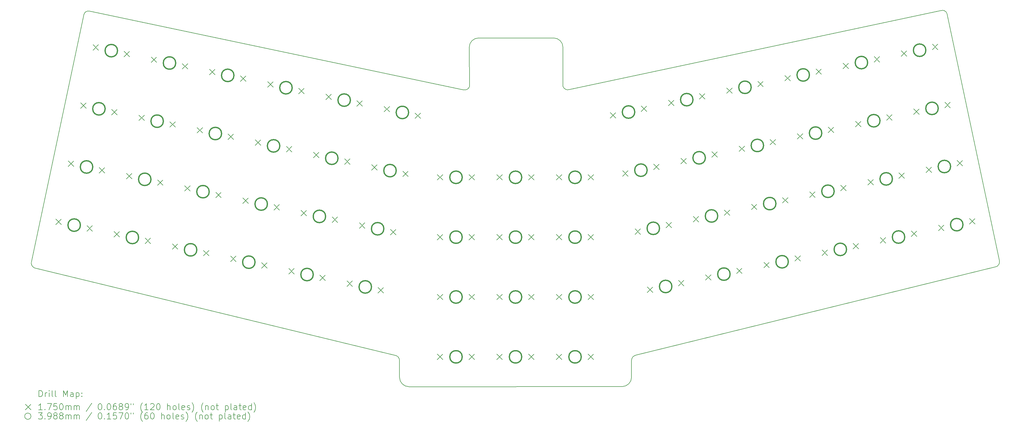
<source format=gbr>
%TF.GenerationSoftware,KiCad,Pcbnew,(6.0.11)*%
%TF.CreationDate,2023-03-20T22:28:09+01:00*%
%TF.ProjectId,t-rex,742d7265-782e-46b6-9963-61645f706362,rev?*%
%TF.SameCoordinates,Original*%
%TF.FileFunction,Drillmap*%
%TF.FilePolarity,Positive*%
%FSLAX45Y45*%
G04 Gerber Fmt 4.5, Leading zero omitted, Abs format (unit mm)*
G04 Created by KiCad (PCBNEW (6.0.11)) date 2023-03-20 22:28:09*
%MOMM*%
%LPD*%
G01*
G04 APERTURE LIST*
%ADD10C,0.200000*%
%ADD11C,0.175000*%
%ADD12C,0.398780*%
G04 APERTURE END LIST*
D10*
X16114082Y-18571062D02*
X16114000Y-18033800D01*
X15974000Y-17868800D02*
X4428959Y-15068554D01*
X16114000Y-18033800D02*
G75*
G03*
X15974000Y-17868800I-173509J-5326D01*
G01*
X16114082Y-18571062D02*
G75*
G03*
X16414000Y-18876000I302429J-2509D01*
G01*
X23680000Y-17865000D02*
G75*
G03*
X23540000Y-18030000I33509J-170326D01*
G01*
X23540000Y-18030000D02*
X23539918Y-18567262D01*
X23240000Y-18872200D02*
G75*
G03*
X23539918Y-18567262I-2511J302429D01*
G01*
X4330958Y-14873501D02*
G75*
G03*
X4428959Y-15068554I173828J-34809D01*
G01*
X4330958Y-14873501D02*
X6009640Y-6959600D01*
X35217598Y-15030825D02*
X23680000Y-17865000D01*
X18150000Y-9360000D02*
G75*
G03*
X18354507Y-9256503I50000J155000D01*
G01*
X21345493Y-9251502D02*
G75*
G03*
X21550000Y-9355000I154507J51502D01*
G01*
X33636918Y-6921871D02*
G75*
G03*
X33441864Y-6823871I-143388J-42279D01*
G01*
X16414000Y-18876000D02*
X23240000Y-18872200D01*
X18645062Y-7700082D02*
X21045020Y-7700000D01*
X18645062Y-7700084D02*
G75*
G03*
X18345144Y-8005020I2508J-302426D01*
G01*
X18354507Y-9256503D02*
X18345144Y-8005020D01*
X6192037Y-6839680D02*
G75*
G03*
X6009640Y-6959600I-35077J-145320D01*
G01*
X33636916Y-6921872D02*
X35315598Y-14835773D01*
X21345020Y-8000000D02*
G75*
G03*
X21045020Y-7700000I-300000J0D01*
G01*
X35217598Y-15030825D02*
G75*
G03*
X35315598Y-14835773I-75828J160244D01*
G01*
X18150000Y-9360000D02*
X6192037Y-6839680D01*
X21550000Y-9355000D02*
X33441864Y-6823871D01*
X21345020Y-8000000D02*
X21345493Y-9251502D01*
D11*
X5116308Y-13504427D02*
X5291308Y-13679427D01*
X5291308Y-13504427D02*
X5116308Y-13679427D01*
X5512380Y-11641056D02*
X5687380Y-11816056D01*
X5687380Y-11641056D02*
X5512380Y-11816056D01*
X5908452Y-9777685D02*
X6083452Y-9952685D01*
X6083452Y-9777685D02*
X5908452Y-9952685D01*
X6110106Y-13715665D02*
X6285106Y-13890665D01*
X6285106Y-13715665D02*
X6110106Y-13890665D01*
X6304524Y-7914313D02*
X6479524Y-8089313D01*
X6479524Y-7914313D02*
X6304524Y-8089313D01*
X6506178Y-11852294D02*
X6681178Y-12027294D01*
X6681178Y-11852294D02*
X6506178Y-12027294D01*
X6902250Y-9988923D02*
X7077250Y-10163923D01*
X7077250Y-9988923D02*
X6902250Y-10163923D01*
X6979679Y-13900499D02*
X7154679Y-14075499D01*
X7154679Y-13900499D02*
X6979679Y-14075499D01*
X7298322Y-8125552D02*
X7473322Y-8300552D01*
X7473322Y-8125552D02*
X7298322Y-8300552D01*
X7375751Y-12037127D02*
X7550751Y-12212127D01*
X7550751Y-12037127D02*
X7375751Y-12212127D01*
X7771823Y-10173756D02*
X7946823Y-10348756D01*
X7946823Y-10173756D02*
X7771823Y-10348756D01*
X7973477Y-14111737D02*
X8148477Y-14286737D01*
X8148477Y-14111737D02*
X7973477Y-14286737D01*
X8167895Y-8310385D02*
X8342895Y-8485385D01*
X8342895Y-8310385D02*
X8167895Y-8485385D01*
X8369549Y-12248366D02*
X8544549Y-12423366D01*
X8544549Y-12248366D02*
X8369549Y-12423366D01*
X8765621Y-10384995D02*
X8940621Y-10559995D01*
X8940621Y-10384995D02*
X8765621Y-10559995D01*
X8843051Y-14296570D02*
X9018051Y-14471570D01*
X9018051Y-14296570D02*
X8843051Y-14471570D01*
X9161693Y-8521623D02*
X9336693Y-8696623D01*
X9336693Y-8521623D02*
X9161693Y-8696623D01*
X9239122Y-12433199D02*
X9414122Y-12608199D01*
X9414122Y-12433199D02*
X9239122Y-12608199D01*
X9635194Y-10569828D02*
X9810194Y-10744828D01*
X9810194Y-10569828D02*
X9635194Y-10744828D01*
X9836849Y-14507809D02*
X10011849Y-14682809D01*
X10011849Y-14507809D02*
X9836849Y-14682809D01*
X10031266Y-8706457D02*
X10206266Y-8881457D01*
X10206266Y-8706457D02*
X10031266Y-8881457D01*
X10232920Y-12644437D02*
X10407920Y-12819437D01*
X10407920Y-12644437D02*
X10232920Y-12819437D01*
X10628992Y-10781066D02*
X10803992Y-10956066D01*
X10803992Y-10781066D02*
X10628992Y-10956066D01*
X10706422Y-14692642D02*
X10881422Y-14867642D01*
X10881422Y-14692642D02*
X10706422Y-14867642D01*
X11025064Y-8917695D02*
X11200064Y-9092695D01*
X11200064Y-8917695D02*
X11025064Y-9092695D01*
X11102494Y-12829271D02*
X11277494Y-13004271D01*
X11277494Y-12829271D02*
X11102494Y-13004271D01*
X11498565Y-10965900D02*
X11673565Y-11140900D01*
X11673565Y-10965900D02*
X11498565Y-11140900D01*
X11700220Y-14903880D02*
X11875220Y-15078880D01*
X11875220Y-14903880D02*
X11700220Y-15078880D01*
X11894637Y-9102529D02*
X12069637Y-9277529D01*
X12069637Y-9102529D02*
X11894637Y-9277529D01*
X12096292Y-13040509D02*
X12271292Y-13215509D01*
X12271292Y-13040509D02*
X12096292Y-13215509D01*
X12492363Y-11177138D02*
X12667363Y-11352138D01*
X12667363Y-11177138D02*
X12492363Y-11352138D01*
X12569793Y-15088714D02*
X12744793Y-15263714D01*
X12744793Y-15088714D02*
X12569793Y-15263714D01*
X12888435Y-9313767D02*
X13063435Y-9488767D01*
X13063435Y-9313767D02*
X12888435Y-9488767D01*
X12965865Y-13225343D02*
X13140865Y-13400343D01*
X13140865Y-13225343D02*
X12965865Y-13400343D01*
X13361937Y-11361972D02*
X13536937Y-11536972D01*
X13536937Y-11361972D02*
X13361937Y-11536972D01*
X13563591Y-15299952D02*
X13738591Y-15474952D01*
X13738591Y-15299952D02*
X13563591Y-15474952D01*
X13758008Y-9498601D02*
X13933008Y-9673601D01*
X13933008Y-9498601D02*
X13758008Y-9673601D01*
X13959663Y-13436581D02*
X14134663Y-13611581D01*
X14134663Y-13436581D02*
X13959663Y-13611581D01*
X14355735Y-11573210D02*
X14530735Y-11748210D01*
X14530735Y-11573210D02*
X14355735Y-11748210D01*
X14433164Y-15484786D02*
X14608164Y-15659786D01*
X14608164Y-15484786D02*
X14433164Y-15659786D01*
X14751806Y-9709839D02*
X14926806Y-9884839D01*
X14926806Y-9709839D02*
X14751806Y-9884839D01*
X14829236Y-13621415D02*
X15004236Y-13796415D01*
X15004236Y-13621415D02*
X14829236Y-13796415D01*
X15225308Y-11758043D02*
X15400308Y-11933043D01*
X15400308Y-11758043D02*
X15225308Y-11933043D01*
X15426962Y-15696024D02*
X15601962Y-15871024D01*
X15601962Y-15696024D02*
X15426962Y-15871024D01*
X15621379Y-9894672D02*
X15796379Y-10069672D01*
X15796379Y-9894672D02*
X15621379Y-10069672D01*
X15823034Y-13832653D02*
X15998034Y-14007653D01*
X15998034Y-13832653D02*
X15823034Y-14007653D01*
X16219106Y-11969282D02*
X16394106Y-12144282D01*
X16394106Y-11969282D02*
X16219106Y-12144282D01*
X16615177Y-10105911D02*
X16790178Y-10280911D01*
X16790178Y-10105911D02*
X16615177Y-10280911D01*
X17326514Y-12078201D02*
X17501514Y-12253201D01*
X17501514Y-12078201D02*
X17326514Y-12253201D01*
X17326514Y-13995901D02*
X17501514Y-14170901D01*
X17501514Y-13995901D02*
X17326514Y-14170901D01*
X17326514Y-15913601D02*
X17501514Y-16088601D01*
X17501514Y-15913601D02*
X17326514Y-16088601D01*
X17326514Y-17831301D02*
X17501514Y-18006301D01*
X17501514Y-17831301D02*
X17326514Y-18006301D01*
X18342514Y-12078201D02*
X18517514Y-12253201D01*
X18517514Y-12078201D02*
X18342514Y-12253201D01*
X18342514Y-13995901D02*
X18517514Y-14170901D01*
X18517514Y-13995901D02*
X18342514Y-14170901D01*
X18342514Y-15913601D02*
X18517514Y-16088601D01*
X18517514Y-15913601D02*
X18342514Y-16088601D01*
X18342514Y-17831301D02*
X18517514Y-18006301D01*
X18517514Y-17831301D02*
X18342514Y-18006301D01*
X19231514Y-12078201D02*
X19406514Y-12253201D01*
X19406514Y-12078201D02*
X19231514Y-12253201D01*
X19231514Y-13995901D02*
X19406514Y-14170901D01*
X19406514Y-13995901D02*
X19231514Y-14170901D01*
X19231514Y-15913601D02*
X19406514Y-16088601D01*
X19406514Y-15913601D02*
X19231514Y-16088601D01*
X19231514Y-17831301D02*
X19406514Y-18006301D01*
X19406514Y-17831301D02*
X19231514Y-18006301D01*
X20247514Y-12078201D02*
X20422514Y-12253201D01*
X20422514Y-12078201D02*
X20247514Y-12253201D01*
X20247514Y-13995901D02*
X20422514Y-14170901D01*
X20422514Y-13995901D02*
X20247514Y-14170901D01*
X20247514Y-15913601D02*
X20422514Y-16088601D01*
X20422514Y-15913601D02*
X20247514Y-16088601D01*
X20247514Y-17831301D02*
X20422514Y-18006301D01*
X20422514Y-17831301D02*
X20247514Y-18006301D01*
X21136514Y-12078201D02*
X21311514Y-12253201D01*
X21311514Y-12078201D02*
X21136514Y-12253201D01*
X21136514Y-13995901D02*
X21311514Y-14170901D01*
X21311514Y-13995901D02*
X21136514Y-14170901D01*
X21136514Y-15913601D02*
X21311514Y-16088601D01*
X21311514Y-15913601D02*
X21136514Y-16088601D01*
X21136514Y-17831301D02*
X21311514Y-18006301D01*
X21311514Y-17831301D02*
X21136514Y-18006301D01*
X22152514Y-12078201D02*
X22327514Y-12253201D01*
X22327514Y-12078201D02*
X22152514Y-12253201D01*
X22152514Y-13995901D02*
X22327514Y-14170901D01*
X22327514Y-13995901D02*
X22152514Y-14170901D01*
X22152514Y-15913601D02*
X22327514Y-16088601D01*
X22327514Y-15913601D02*
X22152514Y-16088601D01*
X22152514Y-17831301D02*
X22327514Y-18006301D01*
X22327514Y-17831301D02*
X22152514Y-18006301D01*
X22859743Y-10091849D02*
X23034743Y-10266849D01*
X23034743Y-10091849D02*
X22859743Y-10266849D01*
X23255815Y-11955220D02*
X23430815Y-12130220D01*
X23430815Y-11955220D02*
X23255815Y-12130220D01*
X23651887Y-13818591D02*
X23826887Y-13993591D01*
X23826887Y-13818591D02*
X23651887Y-13993591D01*
X23853541Y-9880611D02*
X24028541Y-10055611D01*
X24028541Y-9880611D02*
X23853541Y-10055611D01*
X24047959Y-15681963D02*
X24222959Y-15856963D01*
X24222959Y-15681963D02*
X24047959Y-15856963D01*
X24249613Y-11743982D02*
X24424613Y-11918982D01*
X24424613Y-11743982D02*
X24249613Y-11918982D01*
X24645685Y-13607353D02*
X24820685Y-13782353D01*
X24820685Y-13607353D02*
X24645685Y-13782353D01*
X24723114Y-9695777D02*
X24898114Y-9870777D01*
X24898114Y-9695777D02*
X24723114Y-9870777D01*
X25041757Y-15470724D02*
X25216757Y-15645724D01*
X25216757Y-15470724D02*
X25041757Y-15645724D01*
X25119186Y-11559148D02*
X25294186Y-11734148D01*
X25294186Y-11559148D02*
X25119186Y-11734148D01*
X25515258Y-13422520D02*
X25690258Y-13597520D01*
X25690258Y-13422520D02*
X25515258Y-13597520D01*
X25716912Y-9484539D02*
X25891912Y-9659539D01*
X25891912Y-9484539D02*
X25716912Y-9659539D01*
X25911330Y-15285891D02*
X26086330Y-15460891D01*
X26086330Y-15285891D02*
X25911330Y-15460891D01*
X26112984Y-11347910D02*
X26287984Y-11522910D01*
X26287984Y-11347910D02*
X26112984Y-11522910D01*
X26509056Y-13211281D02*
X26684056Y-13386281D01*
X26684056Y-13211281D02*
X26509056Y-13386281D01*
X26586486Y-9299706D02*
X26761486Y-9474706D01*
X26761486Y-9299706D02*
X26586486Y-9474706D01*
X26905128Y-15074653D02*
X27080128Y-15249653D01*
X27080128Y-15074653D02*
X26905128Y-15249653D01*
X26982557Y-11163077D02*
X27157557Y-11338077D01*
X27157557Y-11163077D02*
X26982557Y-11338077D01*
X27378629Y-13026448D02*
X27553629Y-13201448D01*
X27553629Y-13026448D02*
X27378629Y-13201448D01*
X27580284Y-9088467D02*
X27755284Y-9263467D01*
X27755284Y-9088467D02*
X27580284Y-9263467D01*
X27774701Y-14889819D02*
X27949701Y-15064819D01*
X27949701Y-14889819D02*
X27774701Y-15064819D01*
X27976355Y-10951839D02*
X28151355Y-11126839D01*
X28151355Y-10951839D02*
X27976355Y-11126839D01*
X28372427Y-12815210D02*
X28547427Y-12990210D01*
X28547427Y-12815210D02*
X28372427Y-12990210D01*
X28449857Y-8903634D02*
X28624857Y-9078634D01*
X28624857Y-8903634D02*
X28449857Y-9078634D01*
X28768499Y-14678581D02*
X28943499Y-14853581D01*
X28943499Y-14678581D02*
X28768499Y-14853581D01*
X28845929Y-10767005D02*
X29020929Y-10942005D01*
X29020929Y-10767005D02*
X28845929Y-10942005D01*
X29242000Y-12630376D02*
X29417000Y-12805376D01*
X29417000Y-12630376D02*
X29242000Y-12805376D01*
X29443655Y-8692396D02*
X29618655Y-8867396D01*
X29618655Y-8692396D02*
X29443655Y-8867396D01*
X29638072Y-14493747D02*
X29813072Y-14668747D01*
X29813072Y-14493747D02*
X29638072Y-14668747D01*
X29839727Y-10555767D02*
X30014727Y-10730767D01*
X30014727Y-10555767D02*
X29839727Y-10730767D01*
X30235798Y-12419138D02*
X30410798Y-12594138D01*
X30410798Y-12419138D02*
X30235798Y-12594138D01*
X30313228Y-8507562D02*
X30488228Y-8682562D01*
X30488228Y-8507562D02*
X30313228Y-8682562D01*
X30631870Y-14282509D02*
X30806870Y-14457509D01*
X30806870Y-14282509D02*
X30631870Y-14457509D01*
X30709300Y-10370933D02*
X30884300Y-10545933D01*
X30884300Y-10370933D02*
X30709300Y-10545933D01*
X31105372Y-12234304D02*
X31280372Y-12409304D01*
X31280372Y-12234304D02*
X31105372Y-12409304D01*
X31307026Y-8296324D02*
X31482026Y-8471324D01*
X31482026Y-8296324D02*
X31307026Y-8471324D01*
X31501443Y-14097675D02*
X31676443Y-14272675D01*
X31676443Y-14097675D02*
X31501443Y-14272675D01*
X31703098Y-10159695D02*
X31878098Y-10334695D01*
X31878098Y-10159695D02*
X31703098Y-10334695D01*
X32099170Y-12023066D02*
X32274170Y-12198066D01*
X32274170Y-12023066D02*
X32099170Y-12198066D01*
X32176599Y-8111490D02*
X32351599Y-8286490D01*
X32351599Y-8111490D02*
X32176599Y-8286490D01*
X32495241Y-13886437D02*
X32670241Y-14061437D01*
X32670241Y-13886437D02*
X32495241Y-14061437D01*
X32572671Y-9974861D02*
X32747671Y-10149861D01*
X32747671Y-9974861D02*
X32572671Y-10149861D01*
X32968743Y-11838233D02*
X33143743Y-12013233D01*
X33143743Y-11838233D02*
X32968743Y-12013233D01*
X33170397Y-7900252D02*
X33345397Y-8075252D01*
X33345397Y-7900252D02*
X33170397Y-8075252D01*
X33364814Y-13701604D02*
X33539814Y-13876604D01*
X33539814Y-13701604D02*
X33364814Y-13876604D01*
X33566469Y-9763623D02*
X33741469Y-9938623D01*
X33741469Y-9763623D02*
X33566469Y-9938623D01*
X33962541Y-11626994D02*
X34137541Y-11801994D01*
X34137541Y-11626994D02*
X33962541Y-11801994D01*
X34358613Y-13490365D02*
X34533613Y-13665365D01*
X34533613Y-13490365D02*
X34358613Y-13665365D01*
D12*
X5900097Y-13697546D02*
G75*
G03*
X5900097Y-13697546I-199390J0D01*
G01*
X6296169Y-11834175D02*
G75*
G03*
X6296169Y-11834175I-199390J0D01*
G01*
X6692241Y-9970804D02*
G75*
G03*
X6692241Y-9970804I-199390J0D01*
G01*
X7088313Y-8107432D02*
G75*
G03*
X7088313Y-8107432I-199390J0D01*
G01*
X7763468Y-14093618D02*
G75*
G03*
X7763468Y-14093618I-199390J0D01*
G01*
X8159540Y-12230247D02*
G75*
G03*
X8159540Y-12230247I-199390J0D01*
G01*
X8555612Y-10366876D02*
G75*
G03*
X8555612Y-10366876I-199390J0D01*
G01*
X8951684Y-8503504D02*
G75*
G03*
X8951684Y-8503504I-199390J0D01*
G01*
X9626840Y-14489690D02*
G75*
G03*
X9626840Y-14489690I-199390J0D01*
G01*
X10022911Y-12626318D02*
G75*
G03*
X10022911Y-12626318I-199390J0D01*
G01*
X10418983Y-10762947D02*
G75*
G03*
X10418983Y-10762947I-199390J0D01*
G01*
X10815055Y-8899576D02*
G75*
G03*
X10815055Y-8899576I-199390J0D01*
G01*
X11490211Y-14885761D02*
G75*
G03*
X11490211Y-14885761I-199390J0D01*
G01*
X11886283Y-13022390D02*
G75*
G03*
X11886283Y-13022390I-199390J0D01*
G01*
X12282354Y-11159019D02*
G75*
G03*
X12282354Y-11159019I-199390J0D01*
G01*
X12678426Y-9295648D02*
G75*
G03*
X12678426Y-9295648I-199390J0D01*
G01*
X13353582Y-15281833D02*
G75*
G03*
X13353582Y-15281833I-199390J0D01*
G01*
X13749654Y-13418462D02*
G75*
G03*
X13749654Y-13418462I-199390J0D01*
G01*
X14145726Y-11555091D02*
G75*
G03*
X14145726Y-11555091I-199390J0D01*
G01*
X14541797Y-9691720D02*
G75*
G03*
X14541797Y-9691720I-199390J0D01*
G01*
X15216953Y-15677905D02*
G75*
G03*
X15216953Y-15677905I-199390J0D01*
G01*
X15613025Y-13814534D02*
G75*
G03*
X15613025Y-13814534I-199390J0D01*
G01*
X16009097Y-11951162D02*
G75*
G03*
X16009097Y-11951162I-199390J0D01*
G01*
X16405168Y-10087791D02*
G75*
G03*
X16405168Y-10087791I-199390J0D01*
G01*
X18121404Y-12165701D02*
G75*
G03*
X18121404Y-12165701I-199390J0D01*
G01*
X18121404Y-14083401D02*
G75*
G03*
X18121404Y-14083401I-199390J0D01*
G01*
X18121404Y-16001101D02*
G75*
G03*
X18121404Y-16001101I-199390J0D01*
G01*
X18121404Y-17918801D02*
G75*
G03*
X18121404Y-17918801I-199390J0D01*
G01*
X20026404Y-12165701D02*
G75*
G03*
X20026404Y-12165701I-199390J0D01*
G01*
X20026404Y-14083401D02*
G75*
G03*
X20026404Y-14083401I-199390J0D01*
G01*
X20026404Y-16001101D02*
G75*
G03*
X20026404Y-16001101I-199390J0D01*
G01*
X20026404Y-17918801D02*
G75*
G03*
X20026404Y-17918801I-199390J0D01*
G01*
X21931404Y-12165701D02*
G75*
G03*
X21931404Y-12165701I-199390J0D01*
G01*
X21931404Y-14083401D02*
G75*
G03*
X21931404Y-14083401I-199390J0D01*
G01*
X21931404Y-16001101D02*
G75*
G03*
X21931404Y-16001101I-199390J0D01*
G01*
X21931404Y-17918801D02*
G75*
G03*
X21931404Y-17918801I-199390J0D01*
G01*
X23643532Y-10073730D02*
G75*
G03*
X23643532Y-10073730I-199390J0D01*
G01*
X24039604Y-11937101D02*
G75*
G03*
X24039604Y-11937101I-199390J0D01*
G01*
X24435676Y-13800472D02*
G75*
G03*
X24435676Y-13800472I-199390J0D01*
G01*
X24831748Y-15663843D02*
G75*
G03*
X24831748Y-15663843I-199390J0D01*
G01*
X25506903Y-9677658D02*
G75*
G03*
X25506903Y-9677658I-199390J0D01*
G01*
X25902975Y-11541029D02*
G75*
G03*
X25902975Y-11541029I-199390J0D01*
G01*
X26299047Y-13404400D02*
G75*
G03*
X26299047Y-13404400I-199390J0D01*
G01*
X26695119Y-15267772D02*
G75*
G03*
X26695119Y-15267772I-199390J0D01*
G01*
X27370275Y-9281586D02*
G75*
G03*
X27370275Y-9281586I-199390J0D01*
G01*
X27766346Y-11144958D02*
G75*
G03*
X27766346Y-11144958I-199390J0D01*
G01*
X28162418Y-13008329D02*
G75*
G03*
X28162418Y-13008329I-199390J0D01*
G01*
X28558490Y-14871700D02*
G75*
G03*
X28558490Y-14871700I-199390J0D01*
G01*
X29233646Y-8885515D02*
G75*
G03*
X29233646Y-8885515I-199390J0D01*
G01*
X29629718Y-10748886D02*
G75*
G03*
X29629718Y-10748886I-199390J0D01*
G01*
X30025789Y-12612257D02*
G75*
G03*
X30025789Y-12612257I-199390J0D01*
G01*
X30421861Y-14475628D02*
G75*
G03*
X30421861Y-14475628I-199390J0D01*
G01*
X31097017Y-8489443D02*
G75*
G03*
X31097017Y-8489443I-199390J0D01*
G01*
X31493089Y-10352814D02*
G75*
G03*
X31493089Y-10352814I-199390J0D01*
G01*
X31889161Y-12216185D02*
G75*
G03*
X31889161Y-12216185I-199390J0D01*
G01*
X32285232Y-14079556D02*
G75*
G03*
X32285232Y-14079556I-199390J0D01*
G01*
X32960388Y-8093371D02*
G75*
G03*
X32960388Y-8093371I-199390J0D01*
G01*
X33356460Y-9956742D02*
G75*
G03*
X33356460Y-9956742I-199390J0D01*
G01*
X33752532Y-11820113D02*
G75*
G03*
X33752532Y-11820113I-199390J0D01*
G01*
X34148604Y-13683485D02*
G75*
G03*
X34148604Y-13683485I-199390J0D01*
G01*
D10*
X4575126Y-19196476D02*
X4575126Y-18996476D01*
X4622745Y-18996476D01*
X4651317Y-19006000D01*
X4670364Y-19025048D01*
X4679888Y-19044095D01*
X4689412Y-19082190D01*
X4689412Y-19110762D01*
X4679888Y-19148857D01*
X4670364Y-19167905D01*
X4651317Y-19186952D01*
X4622745Y-19196476D01*
X4575126Y-19196476D01*
X4775126Y-19196476D02*
X4775126Y-19063143D01*
X4775126Y-19101238D02*
X4784650Y-19082190D01*
X4794174Y-19072667D01*
X4813221Y-19063143D01*
X4832269Y-19063143D01*
X4898936Y-19196476D02*
X4898936Y-19063143D01*
X4898936Y-18996476D02*
X4889412Y-19006000D01*
X4898936Y-19015524D01*
X4908459Y-19006000D01*
X4898936Y-18996476D01*
X4898936Y-19015524D01*
X5022745Y-19196476D02*
X5003698Y-19186952D01*
X4994174Y-19167905D01*
X4994174Y-18996476D01*
X5127507Y-19196476D02*
X5108459Y-19186952D01*
X5098936Y-19167905D01*
X5098936Y-18996476D01*
X5356079Y-19196476D02*
X5356079Y-18996476D01*
X5422745Y-19139333D01*
X5489412Y-18996476D01*
X5489412Y-19196476D01*
X5670364Y-19196476D02*
X5670364Y-19091714D01*
X5660840Y-19072667D01*
X5641793Y-19063143D01*
X5603697Y-19063143D01*
X5584650Y-19072667D01*
X5670364Y-19186952D02*
X5651317Y-19196476D01*
X5603697Y-19196476D01*
X5584650Y-19186952D01*
X5575126Y-19167905D01*
X5575126Y-19148857D01*
X5584650Y-19129810D01*
X5603697Y-19120286D01*
X5651317Y-19120286D01*
X5670364Y-19110762D01*
X5765602Y-19063143D02*
X5765602Y-19263143D01*
X5765602Y-19072667D02*
X5784650Y-19063143D01*
X5822745Y-19063143D01*
X5841793Y-19072667D01*
X5851317Y-19082190D01*
X5860840Y-19101238D01*
X5860840Y-19158381D01*
X5851317Y-19177429D01*
X5841793Y-19186952D01*
X5822745Y-19196476D01*
X5784650Y-19196476D01*
X5765602Y-19186952D01*
X5946555Y-19177429D02*
X5956078Y-19186952D01*
X5946555Y-19196476D01*
X5937031Y-19186952D01*
X5946555Y-19177429D01*
X5946555Y-19196476D01*
X5946555Y-19072667D02*
X5956078Y-19082190D01*
X5946555Y-19091714D01*
X5937031Y-19082190D01*
X5946555Y-19072667D01*
X5946555Y-19091714D01*
D11*
X4142507Y-19438500D02*
X4317507Y-19613500D01*
X4317507Y-19438500D02*
X4142507Y-19613500D01*
D10*
X4679888Y-19616476D02*
X4565602Y-19616476D01*
X4622745Y-19616476D02*
X4622745Y-19416476D01*
X4603698Y-19445048D01*
X4584650Y-19464095D01*
X4565602Y-19473619D01*
X4765602Y-19597429D02*
X4775126Y-19606952D01*
X4765602Y-19616476D01*
X4756079Y-19606952D01*
X4765602Y-19597429D01*
X4765602Y-19616476D01*
X4841793Y-19416476D02*
X4975126Y-19416476D01*
X4889412Y-19616476D01*
X5146555Y-19416476D02*
X5051317Y-19416476D01*
X5041793Y-19511714D01*
X5051317Y-19502190D01*
X5070364Y-19492667D01*
X5117983Y-19492667D01*
X5137031Y-19502190D01*
X5146555Y-19511714D01*
X5156079Y-19530762D01*
X5156079Y-19578381D01*
X5146555Y-19597429D01*
X5137031Y-19606952D01*
X5117983Y-19616476D01*
X5070364Y-19616476D01*
X5051317Y-19606952D01*
X5041793Y-19597429D01*
X5279888Y-19416476D02*
X5298936Y-19416476D01*
X5317983Y-19426000D01*
X5327507Y-19435524D01*
X5337031Y-19454571D01*
X5346555Y-19492667D01*
X5346555Y-19540286D01*
X5337031Y-19578381D01*
X5327507Y-19597429D01*
X5317983Y-19606952D01*
X5298936Y-19616476D01*
X5279888Y-19616476D01*
X5260840Y-19606952D01*
X5251317Y-19597429D01*
X5241793Y-19578381D01*
X5232269Y-19540286D01*
X5232269Y-19492667D01*
X5241793Y-19454571D01*
X5251317Y-19435524D01*
X5260840Y-19426000D01*
X5279888Y-19416476D01*
X5432269Y-19616476D02*
X5432269Y-19483143D01*
X5432269Y-19502190D02*
X5441793Y-19492667D01*
X5460840Y-19483143D01*
X5489412Y-19483143D01*
X5508459Y-19492667D01*
X5517983Y-19511714D01*
X5517983Y-19616476D01*
X5517983Y-19511714D02*
X5527507Y-19492667D01*
X5546555Y-19483143D01*
X5575126Y-19483143D01*
X5594174Y-19492667D01*
X5603697Y-19511714D01*
X5603697Y-19616476D01*
X5698936Y-19616476D02*
X5698936Y-19483143D01*
X5698936Y-19502190D02*
X5708459Y-19492667D01*
X5727507Y-19483143D01*
X5756078Y-19483143D01*
X5775126Y-19492667D01*
X5784650Y-19511714D01*
X5784650Y-19616476D01*
X5784650Y-19511714D02*
X5794174Y-19492667D01*
X5813221Y-19483143D01*
X5841793Y-19483143D01*
X5860840Y-19492667D01*
X5870364Y-19511714D01*
X5870364Y-19616476D01*
X6260840Y-19406952D02*
X6089412Y-19664095D01*
X6517983Y-19416476D02*
X6537031Y-19416476D01*
X6556078Y-19426000D01*
X6565602Y-19435524D01*
X6575126Y-19454571D01*
X6584650Y-19492667D01*
X6584650Y-19540286D01*
X6575126Y-19578381D01*
X6565602Y-19597429D01*
X6556078Y-19606952D01*
X6537031Y-19616476D01*
X6517983Y-19616476D01*
X6498936Y-19606952D01*
X6489412Y-19597429D01*
X6479888Y-19578381D01*
X6470364Y-19540286D01*
X6470364Y-19492667D01*
X6479888Y-19454571D01*
X6489412Y-19435524D01*
X6498936Y-19426000D01*
X6517983Y-19416476D01*
X6670364Y-19597429D02*
X6679888Y-19606952D01*
X6670364Y-19616476D01*
X6660840Y-19606952D01*
X6670364Y-19597429D01*
X6670364Y-19616476D01*
X6803697Y-19416476D02*
X6822745Y-19416476D01*
X6841793Y-19426000D01*
X6851317Y-19435524D01*
X6860840Y-19454571D01*
X6870364Y-19492667D01*
X6870364Y-19540286D01*
X6860840Y-19578381D01*
X6851317Y-19597429D01*
X6841793Y-19606952D01*
X6822745Y-19616476D01*
X6803697Y-19616476D01*
X6784650Y-19606952D01*
X6775126Y-19597429D01*
X6765602Y-19578381D01*
X6756078Y-19540286D01*
X6756078Y-19492667D01*
X6765602Y-19454571D01*
X6775126Y-19435524D01*
X6784650Y-19426000D01*
X6803697Y-19416476D01*
X7041793Y-19416476D02*
X7003697Y-19416476D01*
X6984650Y-19426000D01*
X6975126Y-19435524D01*
X6956078Y-19464095D01*
X6946555Y-19502190D01*
X6946555Y-19578381D01*
X6956078Y-19597429D01*
X6965602Y-19606952D01*
X6984650Y-19616476D01*
X7022745Y-19616476D01*
X7041793Y-19606952D01*
X7051317Y-19597429D01*
X7060840Y-19578381D01*
X7060840Y-19530762D01*
X7051317Y-19511714D01*
X7041793Y-19502190D01*
X7022745Y-19492667D01*
X6984650Y-19492667D01*
X6965602Y-19502190D01*
X6956078Y-19511714D01*
X6946555Y-19530762D01*
X7175126Y-19502190D02*
X7156078Y-19492667D01*
X7146555Y-19483143D01*
X7137031Y-19464095D01*
X7137031Y-19454571D01*
X7146555Y-19435524D01*
X7156078Y-19426000D01*
X7175126Y-19416476D01*
X7213221Y-19416476D01*
X7232269Y-19426000D01*
X7241793Y-19435524D01*
X7251317Y-19454571D01*
X7251317Y-19464095D01*
X7241793Y-19483143D01*
X7232269Y-19492667D01*
X7213221Y-19502190D01*
X7175126Y-19502190D01*
X7156078Y-19511714D01*
X7146555Y-19521238D01*
X7137031Y-19540286D01*
X7137031Y-19578381D01*
X7146555Y-19597429D01*
X7156078Y-19606952D01*
X7175126Y-19616476D01*
X7213221Y-19616476D01*
X7232269Y-19606952D01*
X7241793Y-19597429D01*
X7251317Y-19578381D01*
X7251317Y-19540286D01*
X7241793Y-19521238D01*
X7232269Y-19511714D01*
X7213221Y-19502190D01*
X7346555Y-19616476D02*
X7384650Y-19616476D01*
X7403697Y-19606952D01*
X7413221Y-19597429D01*
X7432269Y-19568857D01*
X7441793Y-19530762D01*
X7441793Y-19454571D01*
X7432269Y-19435524D01*
X7422745Y-19426000D01*
X7403697Y-19416476D01*
X7365602Y-19416476D01*
X7346555Y-19426000D01*
X7337031Y-19435524D01*
X7327507Y-19454571D01*
X7327507Y-19502190D01*
X7337031Y-19521238D01*
X7346555Y-19530762D01*
X7365602Y-19540286D01*
X7403697Y-19540286D01*
X7422745Y-19530762D01*
X7432269Y-19521238D01*
X7441793Y-19502190D01*
X7517983Y-19416476D02*
X7517983Y-19454571D01*
X7594174Y-19416476D02*
X7594174Y-19454571D01*
X7889412Y-19692667D02*
X7879888Y-19683143D01*
X7860840Y-19654571D01*
X7851317Y-19635524D01*
X7841793Y-19606952D01*
X7832269Y-19559333D01*
X7832269Y-19521238D01*
X7841793Y-19473619D01*
X7851317Y-19445048D01*
X7860840Y-19426000D01*
X7879888Y-19397429D01*
X7889412Y-19387905D01*
X8070364Y-19616476D02*
X7956078Y-19616476D01*
X8013221Y-19616476D02*
X8013221Y-19416476D01*
X7994174Y-19445048D01*
X7975126Y-19464095D01*
X7956078Y-19473619D01*
X8146555Y-19435524D02*
X8156078Y-19426000D01*
X8175126Y-19416476D01*
X8222745Y-19416476D01*
X8241793Y-19426000D01*
X8251317Y-19435524D01*
X8260840Y-19454571D01*
X8260840Y-19473619D01*
X8251317Y-19502190D01*
X8137031Y-19616476D01*
X8260840Y-19616476D01*
X8384650Y-19416476D02*
X8403698Y-19416476D01*
X8422745Y-19426000D01*
X8432269Y-19435524D01*
X8441793Y-19454571D01*
X8451317Y-19492667D01*
X8451317Y-19540286D01*
X8441793Y-19578381D01*
X8432269Y-19597429D01*
X8422745Y-19606952D01*
X8403698Y-19616476D01*
X8384650Y-19616476D01*
X8365602Y-19606952D01*
X8356078Y-19597429D01*
X8346555Y-19578381D01*
X8337031Y-19540286D01*
X8337031Y-19492667D01*
X8346555Y-19454571D01*
X8356078Y-19435524D01*
X8365602Y-19426000D01*
X8384650Y-19416476D01*
X8689412Y-19616476D02*
X8689412Y-19416476D01*
X8775126Y-19616476D02*
X8775126Y-19511714D01*
X8765602Y-19492667D01*
X8746555Y-19483143D01*
X8717983Y-19483143D01*
X8698936Y-19492667D01*
X8689412Y-19502190D01*
X8898936Y-19616476D02*
X8879888Y-19606952D01*
X8870364Y-19597429D01*
X8860840Y-19578381D01*
X8860840Y-19521238D01*
X8870364Y-19502190D01*
X8879888Y-19492667D01*
X8898936Y-19483143D01*
X8927507Y-19483143D01*
X8946555Y-19492667D01*
X8956079Y-19502190D01*
X8965602Y-19521238D01*
X8965602Y-19578381D01*
X8956079Y-19597429D01*
X8946555Y-19606952D01*
X8927507Y-19616476D01*
X8898936Y-19616476D01*
X9079888Y-19616476D02*
X9060840Y-19606952D01*
X9051317Y-19587905D01*
X9051317Y-19416476D01*
X9232269Y-19606952D02*
X9213221Y-19616476D01*
X9175126Y-19616476D01*
X9156079Y-19606952D01*
X9146555Y-19587905D01*
X9146555Y-19511714D01*
X9156079Y-19492667D01*
X9175126Y-19483143D01*
X9213221Y-19483143D01*
X9232269Y-19492667D01*
X9241793Y-19511714D01*
X9241793Y-19530762D01*
X9146555Y-19549810D01*
X9317983Y-19606952D02*
X9337031Y-19616476D01*
X9375126Y-19616476D01*
X9394174Y-19606952D01*
X9403698Y-19587905D01*
X9403698Y-19578381D01*
X9394174Y-19559333D01*
X9375126Y-19549810D01*
X9346555Y-19549810D01*
X9327507Y-19540286D01*
X9317983Y-19521238D01*
X9317983Y-19511714D01*
X9327507Y-19492667D01*
X9346555Y-19483143D01*
X9375126Y-19483143D01*
X9394174Y-19492667D01*
X9470364Y-19692667D02*
X9479888Y-19683143D01*
X9498936Y-19654571D01*
X9508459Y-19635524D01*
X9517983Y-19606952D01*
X9527507Y-19559333D01*
X9527507Y-19521238D01*
X9517983Y-19473619D01*
X9508459Y-19445048D01*
X9498936Y-19426000D01*
X9479888Y-19397429D01*
X9470364Y-19387905D01*
X9832269Y-19692667D02*
X9822745Y-19683143D01*
X9803698Y-19654571D01*
X9794174Y-19635524D01*
X9784650Y-19606952D01*
X9775126Y-19559333D01*
X9775126Y-19521238D01*
X9784650Y-19473619D01*
X9794174Y-19445048D01*
X9803698Y-19426000D01*
X9822745Y-19397429D01*
X9832269Y-19387905D01*
X9908459Y-19483143D02*
X9908459Y-19616476D01*
X9908459Y-19502190D02*
X9917983Y-19492667D01*
X9937031Y-19483143D01*
X9965602Y-19483143D01*
X9984650Y-19492667D01*
X9994174Y-19511714D01*
X9994174Y-19616476D01*
X10117983Y-19616476D02*
X10098936Y-19606952D01*
X10089412Y-19597429D01*
X10079888Y-19578381D01*
X10079888Y-19521238D01*
X10089412Y-19502190D01*
X10098936Y-19492667D01*
X10117983Y-19483143D01*
X10146555Y-19483143D01*
X10165602Y-19492667D01*
X10175126Y-19502190D01*
X10184650Y-19521238D01*
X10184650Y-19578381D01*
X10175126Y-19597429D01*
X10165602Y-19606952D01*
X10146555Y-19616476D01*
X10117983Y-19616476D01*
X10241793Y-19483143D02*
X10317983Y-19483143D01*
X10270364Y-19416476D02*
X10270364Y-19587905D01*
X10279888Y-19606952D01*
X10298936Y-19616476D01*
X10317983Y-19616476D01*
X10537031Y-19483143D02*
X10537031Y-19683143D01*
X10537031Y-19492667D02*
X10556079Y-19483143D01*
X10594174Y-19483143D01*
X10613221Y-19492667D01*
X10622745Y-19502190D01*
X10632269Y-19521238D01*
X10632269Y-19578381D01*
X10622745Y-19597429D01*
X10613221Y-19606952D01*
X10594174Y-19616476D01*
X10556079Y-19616476D01*
X10537031Y-19606952D01*
X10746555Y-19616476D02*
X10727507Y-19606952D01*
X10717983Y-19587905D01*
X10717983Y-19416476D01*
X10908459Y-19616476D02*
X10908459Y-19511714D01*
X10898936Y-19492667D01*
X10879888Y-19483143D01*
X10841793Y-19483143D01*
X10822745Y-19492667D01*
X10908459Y-19606952D02*
X10889412Y-19616476D01*
X10841793Y-19616476D01*
X10822745Y-19606952D01*
X10813221Y-19587905D01*
X10813221Y-19568857D01*
X10822745Y-19549810D01*
X10841793Y-19540286D01*
X10889412Y-19540286D01*
X10908459Y-19530762D01*
X10975126Y-19483143D02*
X11051317Y-19483143D01*
X11003698Y-19416476D02*
X11003698Y-19587905D01*
X11013221Y-19606952D01*
X11032269Y-19616476D01*
X11051317Y-19616476D01*
X11194174Y-19606952D02*
X11175126Y-19616476D01*
X11137031Y-19616476D01*
X11117983Y-19606952D01*
X11108459Y-19587905D01*
X11108459Y-19511714D01*
X11117983Y-19492667D01*
X11137031Y-19483143D01*
X11175126Y-19483143D01*
X11194174Y-19492667D01*
X11203697Y-19511714D01*
X11203697Y-19530762D01*
X11108459Y-19549810D01*
X11375126Y-19616476D02*
X11375126Y-19416476D01*
X11375126Y-19606952D02*
X11356078Y-19616476D01*
X11317983Y-19616476D01*
X11298936Y-19606952D01*
X11289412Y-19597429D01*
X11279888Y-19578381D01*
X11279888Y-19521238D01*
X11289412Y-19502190D01*
X11298936Y-19492667D01*
X11317983Y-19483143D01*
X11356078Y-19483143D01*
X11375126Y-19492667D01*
X11451317Y-19692667D02*
X11460840Y-19683143D01*
X11479888Y-19654571D01*
X11489412Y-19635524D01*
X11498936Y-19606952D01*
X11508459Y-19559333D01*
X11508459Y-19521238D01*
X11498936Y-19473619D01*
X11489412Y-19445048D01*
X11479888Y-19426000D01*
X11460840Y-19397429D01*
X11451317Y-19387905D01*
X4317507Y-19821000D02*
G75*
G03*
X4317507Y-19821000I-100000J0D01*
G01*
X4556079Y-19711476D02*
X4679888Y-19711476D01*
X4613221Y-19787667D01*
X4641793Y-19787667D01*
X4660840Y-19797190D01*
X4670364Y-19806714D01*
X4679888Y-19825762D01*
X4679888Y-19873381D01*
X4670364Y-19892429D01*
X4660840Y-19901952D01*
X4641793Y-19911476D01*
X4584650Y-19911476D01*
X4565602Y-19901952D01*
X4556079Y-19892429D01*
X4765602Y-19892429D02*
X4775126Y-19901952D01*
X4765602Y-19911476D01*
X4756079Y-19901952D01*
X4765602Y-19892429D01*
X4765602Y-19911476D01*
X4870364Y-19911476D02*
X4908459Y-19911476D01*
X4927507Y-19901952D01*
X4937031Y-19892429D01*
X4956079Y-19863857D01*
X4965602Y-19825762D01*
X4965602Y-19749571D01*
X4956079Y-19730524D01*
X4946555Y-19721000D01*
X4927507Y-19711476D01*
X4889412Y-19711476D01*
X4870364Y-19721000D01*
X4860840Y-19730524D01*
X4851317Y-19749571D01*
X4851317Y-19797190D01*
X4860840Y-19816238D01*
X4870364Y-19825762D01*
X4889412Y-19835286D01*
X4927507Y-19835286D01*
X4946555Y-19825762D01*
X4956079Y-19816238D01*
X4965602Y-19797190D01*
X5079888Y-19797190D02*
X5060840Y-19787667D01*
X5051317Y-19778143D01*
X5041793Y-19759095D01*
X5041793Y-19749571D01*
X5051317Y-19730524D01*
X5060840Y-19721000D01*
X5079888Y-19711476D01*
X5117983Y-19711476D01*
X5137031Y-19721000D01*
X5146555Y-19730524D01*
X5156079Y-19749571D01*
X5156079Y-19759095D01*
X5146555Y-19778143D01*
X5137031Y-19787667D01*
X5117983Y-19797190D01*
X5079888Y-19797190D01*
X5060840Y-19806714D01*
X5051317Y-19816238D01*
X5041793Y-19835286D01*
X5041793Y-19873381D01*
X5051317Y-19892429D01*
X5060840Y-19901952D01*
X5079888Y-19911476D01*
X5117983Y-19911476D01*
X5137031Y-19901952D01*
X5146555Y-19892429D01*
X5156079Y-19873381D01*
X5156079Y-19835286D01*
X5146555Y-19816238D01*
X5137031Y-19806714D01*
X5117983Y-19797190D01*
X5270364Y-19797190D02*
X5251317Y-19787667D01*
X5241793Y-19778143D01*
X5232269Y-19759095D01*
X5232269Y-19749571D01*
X5241793Y-19730524D01*
X5251317Y-19721000D01*
X5270364Y-19711476D01*
X5308459Y-19711476D01*
X5327507Y-19721000D01*
X5337031Y-19730524D01*
X5346555Y-19749571D01*
X5346555Y-19759095D01*
X5337031Y-19778143D01*
X5327507Y-19787667D01*
X5308459Y-19797190D01*
X5270364Y-19797190D01*
X5251317Y-19806714D01*
X5241793Y-19816238D01*
X5232269Y-19835286D01*
X5232269Y-19873381D01*
X5241793Y-19892429D01*
X5251317Y-19901952D01*
X5270364Y-19911476D01*
X5308459Y-19911476D01*
X5327507Y-19901952D01*
X5337031Y-19892429D01*
X5346555Y-19873381D01*
X5346555Y-19835286D01*
X5337031Y-19816238D01*
X5327507Y-19806714D01*
X5308459Y-19797190D01*
X5432269Y-19911476D02*
X5432269Y-19778143D01*
X5432269Y-19797190D02*
X5441793Y-19787667D01*
X5460840Y-19778143D01*
X5489412Y-19778143D01*
X5508459Y-19787667D01*
X5517983Y-19806714D01*
X5517983Y-19911476D01*
X5517983Y-19806714D02*
X5527507Y-19787667D01*
X5546555Y-19778143D01*
X5575126Y-19778143D01*
X5594174Y-19787667D01*
X5603697Y-19806714D01*
X5603697Y-19911476D01*
X5698936Y-19911476D02*
X5698936Y-19778143D01*
X5698936Y-19797190D02*
X5708459Y-19787667D01*
X5727507Y-19778143D01*
X5756078Y-19778143D01*
X5775126Y-19787667D01*
X5784650Y-19806714D01*
X5784650Y-19911476D01*
X5784650Y-19806714D02*
X5794174Y-19787667D01*
X5813221Y-19778143D01*
X5841793Y-19778143D01*
X5860840Y-19787667D01*
X5870364Y-19806714D01*
X5870364Y-19911476D01*
X6260840Y-19701952D02*
X6089412Y-19959095D01*
X6517983Y-19711476D02*
X6537031Y-19711476D01*
X6556078Y-19721000D01*
X6565602Y-19730524D01*
X6575126Y-19749571D01*
X6584650Y-19787667D01*
X6584650Y-19835286D01*
X6575126Y-19873381D01*
X6565602Y-19892429D01*
X6556078Y-19901952D01*
X6537031Y-19911476D01*
X6517983Y-19911476D01*
X6498936Y-19901952D01*
X6489412Y-19892429D01*
X6479888Y-19873381D01*
X6470364Y-19835286D01*
X6470364Y-19787667D01*
X6479888Y-19749571D01*
X6489412Y-19730524D01*
X6498936Y-19721000D01*
X6517983Y-19711476D01*
X6670364Y-19892429D02*
X6679888Y-19901952D01*
X6670364Y-19911476D01*
X6660840Y-19901952D01*
X6670364Y-19892429D01*
X6670364Y-19911476D01*
X6870364Y-19911476D02*
X6756078Y-19911476D01*
X6813221Y-19911476D02*
X6813221Y-19711476D01*
X6794174Y-19740048D01*
X6775126Y-19759095D01*
X6756078Y-19768619D01*
X7051317Y-19711476D02*
X6956078Y-19711476D01*
X6946555Y-19806714D01*
X6956078Y-19797190D01*
X6975126Y-19787667D01*
X7022745Y-19787667D01*
X7041793Y-19797190D01*
X7051317Y-19806714D01*
X7060840Y-19825762D01*
X7060840Y-19873381D01*
X7051317Y-19892429D01*
X7041793Y-19901952D01*
X7022745Y-19911476D01*
X6975126Y-19911476D01*
X6956078Y-19901952D01*
X6946555Y-19892429D01*
X7127507Y-19711476D02*
X7260840Y-19711476D01*
X7175126Y-19911476D01*
X7375126Y-19711476D02*
X7394174Y-19711476D01*
X7413221Y-19721000D01*
X7422745Y-19730524D01*
X7432269Y-19749571D01*
X7441793Y-19787667D01*
X7441793Y-19835286D01*
X7432269Y-19873381D01*
X7422745Y-19892429D01*
X7413221Y-19901952D01*
X7394174Y-19911476D01*
X7375126Y-19911476D01*
X7356078Y-19901952D01*
X7346555Y-19892429D01*
X7337031Y-19873381D01*
X7327507Y-19835286D01*
X7327507Y-19787667D01*
X7337031Y-19749571D01*
X7346555Y-19730524D01*
X7356078Y-19721000D01*
X7375126Y-19711476D01*
X7517983Y-19711476D02*
X7517983Y-19749571D01*
X7594174Y-19711476D02*
X7594174Y-19749571D01*
X7889412Y-19987667D02*
X7879888Y-19978143D01*
X7860840Y-19949571D01*
X7851317Y-19930524D01*
X7841793Y-19901952D01*
X7832269Y-19854333D01*
X7832269Y-19816238D01*
X7841793Y-19768619D01*
X7851317Y-19740048D01*
X7860840Y-19721000D01*
X7879888Y-19692429D01*
X7889412Y-19682905D01*
X8051317Y-19711476D02*
X8013221Y-19711476D01*
X7994174Y-19721000D01*
X7984650Y-19730524D01*
X7965602Y-19759095D01*
X7956078Y-19797190D01*
X7956078Y-19873381D01*
X7965602Y-19892429D01*
X7975126Y-19901952D01*
X7994174Y-19911476D01*
X8032269Y-19911476D01*
X8051317Y-19901952D01*
X8060840Y-19892429D01*
X8070364Y-19873381D01*
X8070364Y-19825762D01*
X8060840Y-19806714D01*
X8051317Y-19797190D01*
X8032269Y-19787667D01*
X7994174Y-19787667D01*
X7975126Y-19797190D01*
X7965602Y-19806714D01*
X7956078Y-19825762D01*
X8194174Y-19711476D02*
X8213221Y-19711476D01*
X8232269Y-19721000D01*
X8241793Y-19730524D01*
X8251317Y-19749571D01*
X8260840Y-19787667D01*
X8260840Y-19835286D01*
X8251317Y-19873381D01*
X8241793Y-19892429D01*
X8232269Y-19901952D01*
X8213221Y-19911476D01*
X8194174Y-19911476D01*
X8175126Y-19901952D01*
X8165602Y-19892429D01*
X8156078Y-19873381D01*
X8146555Y-19835286D01*
X8146555Y-19787667D01*
X8156078Y-19749571D01*
X8165602Y-19730524D01*
X8175126Y-19721000D01*
X8194174Y-19711476D01*
X8498936Y-19911476D02*
X8498936Y-19711476D01*
X8584650Y-19911476D02*
X8584650Y-19806714D01*
X8575126Y-19787667D01*
X8556079Y-19778143D01*
X8527507Y-19778143D01*
X8508459Y-19787667D01*
X8498936Y-19797190D01*
X8708459Y-19911476D02*
X8689412Y-19901952D01*
X8679888Y-19892429D01*
X8670364Y-19873381D01*
X8670364Y-19816238D01*
X8679888Y-19797190D01*
X8689412Y-19787667D01*
X8708459Y-19778143D01*
X8737031Y-19778143D01*
X8756079Y-19787667D01*
X8765602Y-19797190D01*
X8775126Y-19816238D01*
X8775126Y-19873381D01*
X8765602Y-19892429D01*
X8756079Y-19901952D01*
X8737031Y-19911476D01*
X8708459Y-19911476D01*
X8889412Y-19911476D02*
X8870364Y-19901952D01*
X8860840Y-19882905D01*
X8860840Y-19711476D01*
X9041793Y-19901952D02*
X9022745Y-19911476D01*
X8984650Y-19911476D01*
X8965602Y-19901952D01*
X8956079Y-19882905D01*
X8956079Y-19806714D01*
X8965602Y-19787667D01*
X8984650Y-19778143D01*
X9022745Y-19778143D01*
X9041793Y-19787667D01*
X9051317Y-19806714D01*
X9051317Y-19825762D01*
X8956079Y-19844810D01*
X9127507Y-19901952D02*
X9146555Y-19911476D01*
X9184650Y-19911476D01*
X9203698Y-19901952D01*
X9213221Y-19882905D01*
X9213221Y-19873381D01*
X9203698Y-19854333D01*
X9184650Y-19844810D01*
X9156079Y-19844810D01*
X9137031Y-19835286D01*
X9127507Y-19816238D01*
X9127507Y-19806714D01*
X9137031Y-19787667D01*
X9156079Y-19778143D01*
X9184650Y-19778143D01*
X9203698Y-19787667D01*
X9279888Y-19987667D02*
X9289412Y-19978143D01*
X9308459Y-19949571D01*
X9317983Y-19930524D01*
X9327507Y-19901952D01*
X9337031Y-19854333D01*
X9337031Y-19816238D01*
X9327507Y-19768619D01*
X9317983Y-19740048D01*
X9308459Y-19721000D01*
X9289412Y-19692429D01*
X9279888Y-19682905D01*
X9641793Y-19987667D02*
X9632269Y-19978143D01*
X9613221Y-19949571D01*
X9603698Y-19930524D01*
X9594174Y-19901952D01*
X9584650Y-19854333D01*
X9584650Y-19816238D01*
X9594174Y-19768619D01*
X9603698Y-19740048D01*
X9613221Y-19721000D01*
X9632269Y-19692429D01*
X9641793Y-19682905D01*
X9717983Y-19778143D02*
X9717983Y-19911476D01*
X9717983Y-19797190D02*
X9727507Y-19787667D01*
X9746555Y-19778143D01*
X9775126Y-19778143D01*
X9794174Y-19787667D01*
X9803698Y-19806714D01*
X9803698Y-19911476D01*
X9927507Y-19911476D02*
X9908459Y-19901952D01*
X9898936Y-19892429D01*
X9889412Y-19873381D01*
X9889412Y-19816238D01*
X9898936Y-19797190D01*
X9908459Y-19787667D01*
X9927507Y-19778143D01*
X9956079Y-19778143D01*
X9975126Y-19787667D01*
X9984650Y-19797190D01*
X9994174Y-19816238D01*
X9994174Y-19873381D01*
X9984650Y-19892429D01*
X9975126Y-19901952D01*
X9956079Y-19911476D01*
X9927507Y-19911476D01*
X10051317Y-19778143D02*
X10127507Y-19778143D01*
X10079888Y-19711476D02*
X10079888Y-19882905D01*
X10089412Y-19901952D01*
X10108459Y-19911476D01*
X10127507Y-19911476D01*
X10346555Y-19778143D02*
X10346555Y-19978143D01*
X10346555Y-19787667D02*
X10365602Y-19778143D01*
X10403698Y-19778143D01*
X10422745Y-19787667D01*
X10432269Y-19797190D01*
X10441793Y-19816238D01*
X10441793Y-19873381D01*
X10432269Y-19892429D01*
X10422745Y-19901952D01*
X10403698Y-19911476D01*
X10365602Y-19911476D01*
X10346555Y-19901952D01*
X10556079Y-19911476D02*
X10537031Y-19901952D01*
X10527507Y-19882905D01*
X10527507Y-19711476D01*
X10717983Y-19911476D02*
X10717983Y-19806714D01*
X10708459Y-19787667D01*
X10689412Y-19778143D01*
X10651317Y-19778143D01*
X10632269Y-19787667D01*
X10717983Y-19901952D02*
X10698936Y-19911476D01*
X10651317Y-19911476D01*
X10632269Y-19901952D01*
X10622745Y-19882905D01*
X10622745Y-19863857D01*
X10632269Y-19844810D01*
X10651317Y-19835286D01*
X10698936Y-19835286D01*
X10717983Y-19825762D01*
X10784650Y-19778143D02*
X10860840Y-19778143D01*
X10813221Y-19711476D02*
X10813221Y-19882905D01*
X10822745Y-19901952D01*
X10841793Y-19911476D01*
X10860840Y-19911476D01*
X11003698Y-19901952D02*
X10984650Y-19911476D01*
X10946555Y-19911476D01*
X10927507Y-19901952D01*
X10917983Y-19882905D01*
X10917983Y-19806714D01*
X10927507Y-19787667D01*
X10946555Y-19778143D01*
X10984650Y-19778143D01*
X11003698Y-19787667D01*
X11013221Y-19806714D01*
X11013221Y-19825762D01*
X10917983Y-19844810D01*
X11184650Y-19911476D02*
X11184650Y-19711476D01*
X11184650Y-19901952D02*
X11165602Y-19911476D01*
X11127507Y-19911476D01*
X11108459Y-19901952D01*
X11098936Y-19892429D01*
X11089412Y-19873381D01*
X11089412Y-19816238D01*
X11098936Y-19797190D01*
X11108459Y-19787667D01*
X11127507Y-19778143D01*
X11165602Y-19778143D01*
X11184650Y-19787667D01*
X11260840Y-19987667D02*
X11270364Y-19978143D01*
X11289412Y-19949571D01*
X11298936Y-19930524D01*
X11308459Y-19901952D01*
X11317983Y-19854333D01*
X11317983Y-19816238D01*
X11308459Y-19768619D01*
X11298936Y-19740048D01*
X11289412Y-19721000D01*
X11270364Y-19692429D01*
X11260840Y-19682905D01*
M02*

</source>
